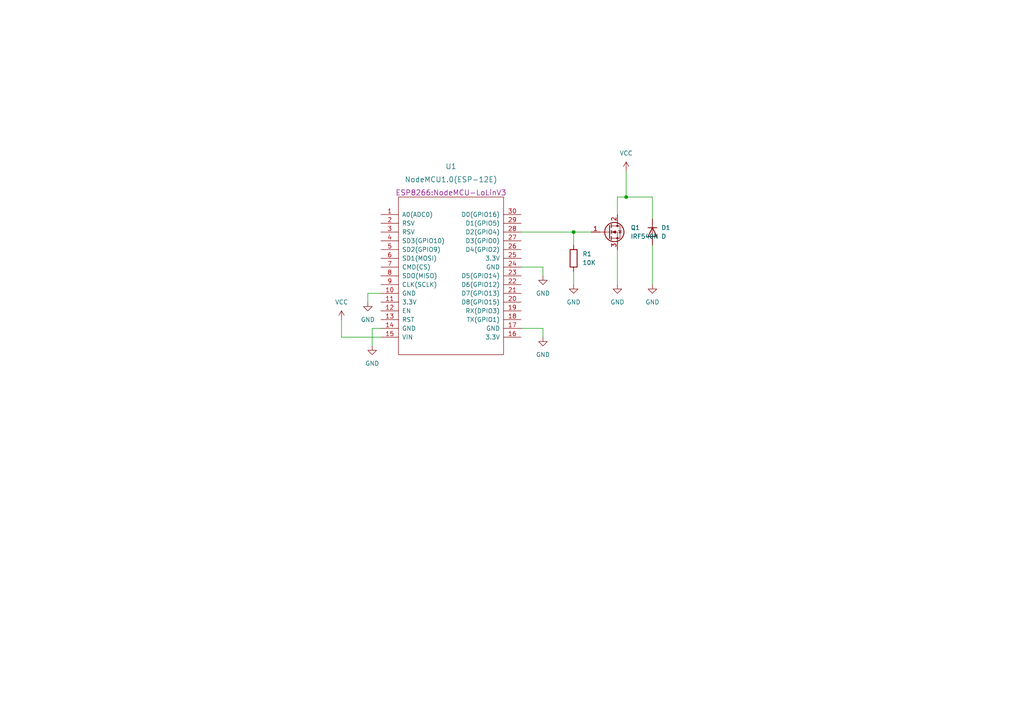
<source format=kicad_sch>
(kicad_sch (version 20211123) (generator eeschema)
  (paper "A4")
  (lib_symbols
    (symbol "Device:D" (pin_numbers hide) (pin_names (offset 1.016) hide)
      (property "Reference" "D" (at 0 2.54 0))
      (property "Value" "D" (at 0 -2.54 0))
      (symbol "D_0_1"
        (polyline (pts (xy -1.27 1.27) (xy -1.27 -1.27)) (stroke (width 0.254)))
        (polyline (pts (xy 1.27 0) (xy -1.27 0)))
        (polyline (pts (xy 1.27 1.27) (xy 1.27 -1.27) (xy -1.27 0) (xy 1.27 1.27)) (stroke (width 0.254)))
      )
      (symbol "D_1_1"
        (pin passive line (at -3.81 0 0) (length 2.54) (name "K") (number "1"))
        (pin passive line (at 3.81 0 180) (length 2.54) (name "A") (number "2"))
      )
    )
    (symbol "Device:R" (pin_numbers hide) (pin_names (offset 0))
      (property "Reference" "R" (at 2.032 0 90))
      (property "Value" "R" (at 0 0 90))
      (symbol "R_0_1"
        (rectangle (start -1.016 -2.54) (end 1.016 2.54) (stroke (width 0.254)))
      )
      (symbol "R_1_1"
        (pin passive line (at 0 3.81 270) (length 1.27) (name "~") (number "1"))
        (pin passive line (at 0 -3.81 90) (length 1.27) (name "~") (number "2"))
      )
    )
    (symbol "ESP8266:NodeMCU1.0(ESP-12E)" (pin_names (offset 1.016))
      (property "Reference" "U" (at 0 21.59 0))
      (property "Value" "NodeMCU1.0(ESP-12E)" (at 0 -21.59 0))
      (symbol "NodeMCU1.0(ESP-12E)_0_1"
        (rectangle (start -15.24 -22.86) (end 15.24 22.86))
      )
      (symbol "NodeMCU1.0(ESP-12E)_1_1"
        (pin input line (at -20.32 17.78 0) (length 5.08) (name "A0(ADC0)") (number "1"))
        (pin input line (at -20.32 -5.08 0) (length 5.08) (name "GND") (number "10"))
        (pin input line (at -20.32 -7.62 0) (length 5.08) (name "3.3V") (number "11"))
        (pin input line (at -20.32 -10.16 0) (length 5.08) (name "EN") (number "12"))
        (pin input line (at -20.32 -12.7 0) (length 5.08) (name "RST") (number "13"))
        (pin input line (at -20.32 -15.24 0) (length 5.08) (name "GND") (number "14"))
        (pin input line (at -20.32 -17.78 0) (length 5.08) (name "VIN") (number "15"))
        (pin input line (at 20.32 -17.78 180) (length 5.08) (name "3.3V") (number "16"))
        (pin input line (at 20.32 -15.24 180) (length 5.08) (name "GND") (number "17"))
        (pin input line (at 20.32 -12.7 180) (length 5.08) (name "TX(GPIO1)") (number "18"))
        (pin input line (at 20.32 -10.16 180) (length 5.08) (name "RX(DPIO3)") (number "19"))
        (pin input line (at -20.32 15.24 0) (length 5.08) (name "RSV") (number "2"))
        (pin input line (at 20.32 -7.62 180) (length 5.08) (name "D8(GPIO15)") (number "20"))
        (pin input line (at 20.32 -5.08 180) (length 5.08) (name "D7(GPIO13)") (number "21"))
        (pin input line (at 20.32 -2.54 180) (length 5.08) (name "D6(GPIO12)") (number "22"))
        (pin input line (at 20.32 0 180) (length 5.08) (name "D5(GPIO14)") (number "23"))
        (pin input line (at 20.32 2.54 180) (length 5.08) (name "GND") (number "24"))
        (pin input line (at 20.32 5.08 180) (length 5.08) (name "3.3V") (number "25"))
        (pin input line (at 20.32 7.62 180) (length 5.08) (name "D4(GPIO2)") (number "26"))
        (pin input line (at 20.32 10.16 180) (length 5.08) (name "D3(GPIO0)") (number "27"))
        (pin input line (at 20.32 12.7 180) (length 5.08) (name "D2(GPIO4)") (number "28"))
        (pin input line (at 20.32 15.24 180) (length 5.08) (name "D1(GPIO5)") (number "29"))
        (pin input line (at -20.32 12.7 0) (length 5.08) (name "RSV") (number "3"))
        (pin input line (at 20.32 17.78 180) (length 5.08) (name "D0(GPIO16)") (number "30"))
        (pin input line (at -20.32 10.16 0) (length 5.08) (name "SD3(GPIO10)") (number "4"))
        (pin input line (at -20.32 7.62 0) (length 5.08) (name "SD2(GPIO9)") (number "5"))
        (pin input line (at -20.32 5.08 0) (length 5.08) (name "SD1(MOSI)") (number "6"))
        (pin input line (at -20.32 2.54 0) (length 5.08) (name "CMD(CS)") (number "7"))
        (pin input line (at -20.32 0 0) (length 5.08) (name "SDO(MISO)") (number "8"))
        (pin input line (at -20.32 -2.54 0) (length 5.08) (name "CLK(SCLK)") (number "9"))
      )
    )
    (symbol "Transistor_FET:IRF540N" (pin_names hide)
      (property "Reference" "Q" (at 6.35 1.905 0))
      (property "Value" "IRF540N" (at 6.35 0 0))
      (symbol "IRF540N_0_1"
        (polyline (pts (xy 0.254 0) (xy -2.54 0)))
        (polyline (pts (xy 0.254 1.905) (xy 0.254 -1.905)) (stroke (width 0.254)))
        (polyline (pts (xy 0.762 -1.27) (xy 0.762 -2.286)) (stroke (width 0.254)))
        (polyline (pts (xy 0.762 0.508) (xy 0.762 -0.508)) (stroke (width 0.254)))
        (polyline (pts (xy 0.762 2.286) (xy 0.762 1.27)) (stroke (width 0.254)))
        (polyline (pts (xy 2.54 2.54) (xy 2.54 1.778)))
        (polyline (pts (xy 2.54 -2.54) (xy 2.54 0) (xy 0.762 0)))
        (polyline (pts (xy 0.762 -1.778) (xy 3.302 -1.778) (xy 3.302 1.778) (xy 0.762 1.778)))
        (polyline (pts (xy 1.016 0) (xy 2.032 0.381) (xy 2.032 -0.381) (xy 1.016 0)) (fill (type outline)))
        (polyline (pts (xy 2.794 0.508) (xy 2.921 0.381) (xy 3.683 0.381) (xy 3.81 0.254)))
        (polyline (pts (xy 3.302 0.381) (xy 2.921 -0.254) (xy 3.683 -0.254) (xy 3.302 0.381)))
        (circle (center 1.651 0) (radius 2.794) (stroke (width 0.254)))
        (circle (center 2.54 -1.778) (radius 0.254) (fill (type outline)))
        (circle (center 2.54 1.778) (radius 0.254) (fill (type outline)))
      )
      (symbol "IRF540N_1_1"
        (pin input line (at -5.08 0 0) (length 2.54) (name "G") (number "1"))
        (pin passive line (at 2.54 5.08 270) (length 2.54) (name "D") (number "2"))
        (pin passive line (at 2.54 -5.08 90) (length 2.54) (name "S") (number "3"))
      )
    )
    (symbol "power:GND" (power) (pin_names (offset 0))
      (property "Value" "GND" (at 0 -3.81 0))
      (symbol "GND_0_1"
        (polyline (pts (xy 0 0) (xy 0 -1.27) (xy 1.27 -1.27) (xy 0 -2.54) (xy -1.27 -1.27) (xy 0 -1.27)))
      )
      (symbol "GND_1_1"
        (pin power_in line (at 0 0 270) (length 0) hide (name "GND") (number "1"))
      )
    )
    (symbol "power:VCC" (power) (pin_names (offset 0))
      (property "Value" "VCC" (at 0 3.81 0))
      (symbol "VCC_0_1"
        (polyline (pts (xy -0.762 1.27) (xy 0 2.54)))
        (polyline (pts (xy 0 0) (xy 0 2.54)))
        (polyline (pts (xy 0 2.54) (xy 0.762 1.27)))
      )
      (symbol "VCC_1_1"
        (pin power_in line (at 0 0 90) (length 0) hide (name "VCC") (number "1"))
      )
    )
  )
  (junction (at 181.61 57.15))
  (junction (at 166.37 67.31))
  (wire (pts (xy 166.37 78.74) (xy 166.37 82.55)))
  (wire (pts (xy 171.45 67.31) (xy 166.37 67.31)))
  (wire (pts (xy 151.13 67.31) (xy 166.37 67.31)))
  (wire (pts (xy 181.61 57.15) (xy 189.23 57.15)))
  (wire (pts (xy 99.06 92.71) (xy 99.06 97.79)))
  (wire (pts (xy 181.61 49.53) (xy 181.61 57.15)))
  (wire (pts (xy 179.07 57.15) (xy 181.61 57.15)))
  (wire (pts (xy 157.48 80.01) (xy 157.48 77.47)))
  (wire (pts (xy 106.68 85.09) (xy 110.49 85.09)))
  (wire (pts (xy 166.37 67.31) (xy 166.37 71.12)))
  (wire (pts (xy 107.95 100.33) (xy 107.95 95.25)))
  (wire (pts (xy 189.23 71.12) (xy 189.23 82.55)))
  (wire (pts (xy 189.23 57.15) (xy 189.23 63.5)))
  (wire (pts (xy 106.68 87.63) (xy 106.68 85.09)))
  (wire (pts (xy 179.07 62.23) (xy 179.07 57.15)))
  (wire (pts (xy 157.48 77.47) (xy 151.13 77.47)))
  (wire (pts (xy 99.06 97.79) (xy 110.49 97.79)))
  (wire (pts (xy 107.95 95.25) (xy 110.49 95.25)))
  (wire (pts (xy 179.07 72.39) (xy 179.07 82.55)))
  (wire (pts (xy 157.48 97.79) (xy 157.48 95.25)))
  (wire (pts (xy 157.48 95.25) (xy 151.13 95.25)))
  (symbol (lib_id "power:GND") (at 107.95 100.33 0) (unit 1)
    (property "Reference" "#PWR0106" (effects hide))
    (property "Value" "GND" (at 107.95 105.41 0))
  )
  (symbol (lib_id "power:VCC") (at 99.06 92.71 0) (unit 1)
    (property "Reference" "#PWR0105" (effects hide))
    (property "Value" "VCC" (at 99.06 87.63 0))
  )
  (symbol (lib_id "power:GND") (at 106.68 87.63 0) (unit 1)
    (property "Reference" "#PWR0107" (effects hide))
    (property "Value" "GND" (at 106.68 92.71 0))
  )
  (symbol (lib_id "power:VCC") (at 181.61 49.53 0) (unit 1)
    (property "Reference" "#PWR0104" (effects hide))
    (property "Value" "VCC" (at 181.61 44.45 0))
  )
  (symbol (lib_id "power:GND") (at 157.48 97.79 0) (unit 1)
    (property "Reference" "#PWR0108" (effects hide))
    (property "Value" "GND" (at 157.48 102.87 0))
  )
  (symbol (lib_id "ESP8266:NodeMCU1.0(ESP-12E)") (at 130.81 80.01 0) (unit 1)
    (property "Reference" "U1" (at 130.81 48.26 0) (effects (font (size 1.524 1.524))))
    (property "Value" "NodeMCU1.0(ESP-12E)" (at 130.81 52.07 0) (effects (font (size 1.524 1.524))))
    (property "Footprint" "ESP8266:NodeMCU-LoLinV3" (at 130.81 55.88 0) (effects (font (size 1.524 1.524))))
  )
  (symbol (lib_id "power:GND") (at 189.23 82.55 0) (unit 1)
    (property "Reference" "#PWR0103" (effects hide))
    (property "Value" "GND" (at 189.23 87.63 0))
  )
  (symbol (lib_id "Device:D") (at 189.23 67.31 270) (unit 1)
    (property "Reference" "D1" (at 191.77 66.0399 90) (effects (justify left)))
    (property "Value" "D" (at 191.77 68.5799 90) (effects (justify left)))
    (property "Footprint" "Diode_THT:D_DO-35_SOD27_P7.62mm_Horizontal" (effects hide))
  )
  (symbol (lib_id "Transistor_FET:IRF540N") (at 176.53 67.31 0) (unit 1)
    (property "Reference" "Q1" (at 182.88 66.0399 0) (effects (justify left)))
    (property "Value" "IRF540N" (at 182.88 68.5799 0) (effects (justify left)))
    (property "Footprint" "Package_TO_SOT_THT:TO-220-3_Vertical" (effects hide))
    (property "Datasheet" "http://www.irf.com/product-info/datasheets/data/irf540n.pdf" (effects hide))
  )
  (symbol (lib_id "Device:R") (at 166.37 74.93 0) (unit 1)
    (property "Reference" "R1" (at 168.91 73.6599 0) (effects (justify left)))
    (property "Value" "10K" (at 168.91 76.1999 0) (effects (justify left)))
    (property "Footprint" "Resistor_THT:R_Axial_DIN0411_L9.9mm_D3.6mm_P12.70mm_Horizontal" (effects hide))
  )
  (symbol (lib_id "power:GND") (at 157.48 80.01 0) (unit 1)
    (property "Reference" "#PWR0109" (effects hide))
    (property "Value" "GND" (at 157.48 85.09 0))
  )
  (symbol (lib_id "power:GND") (at 166.37 82.55 0) (unit 1)
    (property "Reference" "#PWR0101" (effects hide))
    (property "Value" "GND" (at 166.37 87.63 0))
  )
  (symbol (lib_id "power:GND") (at 179.07 82.55 0) (unit 1)
    (property "Reference" "#PWR0102" (effects hide))
    (property "Value" "GND" (at 179.07 87.63 0))
  )
)
</source>
